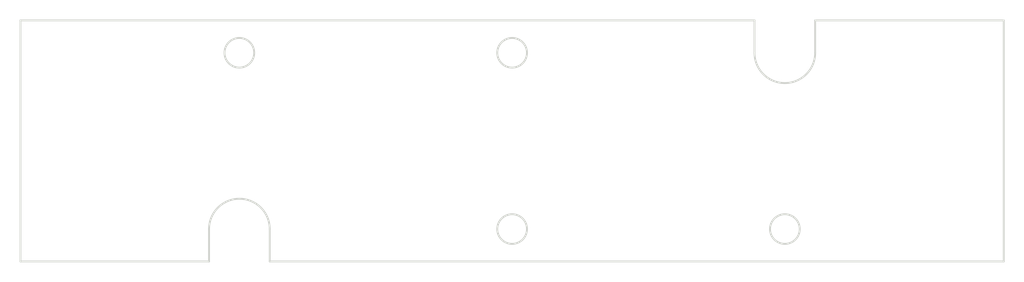
<source format=kicad_pcb>
(kicad_pcb (version 20221018) (generator pcbnew)

  (general
    (thickness 1.6)
  )

  (paper "USLetter")
  (layers
    (0 "F.Cu" signal)
    (31 "B.Cu" signal)
    (32 "B.Adhes" user "B.Adhesive")
    (33 "F.Adhes" user "F.Adhesive")
    (34 "B.Paste" user)
    (35 "F.Paste" user)
    (36 "B.SilkS" user "B.Silkscreen")
    (37 "F.SilkS" user "F.Silkscreen")
    (38 "B.Mask" user)
    (39 "F.Mask" user)
    (40 "Dwgs.User" user "User.Drawings")
    (41 "Cmts.User" user "User.Comments")
    (42 "Eco1.User" user "User.Eco1")
    (43 "Eco2.User" user "User.Eco2")
    (44 "Edge.Cuts" user)
    (45 "Margin" user)
    (46 "B.CrtYd" user "B.Courtyard")
    (47 "F.CrtYd" user "F.Courtyard")
    (48 "B.Fab" user)
    (49 "F.Fab" user)
    (50 "User.1" user)
    (51 "User.2" user)
    (52 "User.3" user)
    (53 "User.4" user)
    (54 "User.5" user)
    (55 "User.6" user)
    (56 "User.7" user)
    (57 "User.8" user)
    (58 "User.9" user)
  )

  (setup
    (stackup
      (layer "F.SilkS" (type "Top Silk Screen"))
      (layer "F.Paste" (type "Top Solder Paste"))
      (layer "F.Mask" (type "Top Solder Mask") (thickness 0.01))
      (layer "F.Cu" (type "copper") (thickness 0.035))
      (layer "dielectric 1" (type "core") (thickness 1.51) (material "FR4") (epsilon_r 4.5) (loss_tangent 0.02))
      (layer "B.Cu" (type "copper") (thickness 0.035))
      (layer "B.Mask" (type "Bottom Solder Mask") (thickness 0.01))
      (layer "B.Paste" (type "Bottom Solder Paste"))
      (layer "B.SilkS" (type "Bottom Silk Screen"))
      (copper_finish "None")
      (dielectric_constraints no)
    )
    (pad_to_mask_clearance 0)
    (aux_axis_origin 20 20)
    (grid_origin 20 20)
    (pcbplotparams
      (layerselection 0x00010fc_ffffffff)
      (plot_on_all_layers_selection 0x0000000_00000000)
      (disableapertmacros false)
      (usegerberextensions false)
      (usegerberattributes true)
      (usegerberadvancedattributes true)
      (creategerberjobfile true)
      (dashed_line_dash_ratio 12.000000)
      (dashed_line_gap_ratio 3.000000)
      (svgprecision 4)
      (plotframeref false)
      (viasonmask false)
      (mode 1)
      (useauxorigin false)
      (hpglpennumber 1)
      (hpglpenspeed 20)
      (hpglpendiameter 15.000000)
      (dxfpolygonmode true)
      (dxfimperialunits true)
      (dxfusepcbnewfont true)
      (psnegative false)
      (psa4output false)
      (plotreference true)
      (plotvalue true)
      (plotinvisibletext false)
      (sketchpadsonfab false)
      (subtractmaskfromsilk false)
      (outputformat 1)
      (mirror false)
      (drillshape 0)
      (scaleselection 1)
      (outputdirectory "")
    )
  )

  (net 0 "")

  (gr_circle (center 43.55 23.49) (end 46 23.49)
    (stroke (width 0) (type solid)) (fill solid) (layer "B.Mask") (tstamp 62c94cca-16a3-4f3d-99d6-0747b8a027af))
  (gr_circle (center 102.25 42.49) (end 104.7 42.49)
    (stroke (width 0) (type solid)) (fill solid) (layer "B.Mask") (tstamp 8f24b79d-9d59-4f65-8946-2c47a88b1b79))
  (gr_circle (center 72.9 42.49) (end 75.35 42.49)
    (stroke (width 0) (type solid)) (fill solid) (layer "B.Mask") (tstamp f9e66b73-87cf-4c30-a034-2e5fca0e9e9c))
  (gr_circle (center 72.9 23.49) (end 75.35 23.49)
    (stroke (width 0) (type solid)) (fill solid) (layer "B.Mask") (tstamp faa30536-e0ad-434b-af96-b9a2ac70d767))
  (gr_circle (center 43.55 23.49) (end 46 23.49)
    (stroke (width 0) (type solid)) (fill solid) (layer "F.Mask") (tstamp 32d56bf2-63d2-4bb5-99c9-11d714fd8993))
  (gr_circle (center 102.25 42.49) (end 104.7 42.49)
    (stroke (width 0) (type solid)) (fill solid) (layer "F.Mask") (tstamp 5d52ffce-7ded-4314-97c5-34fb1db7bbc1))
  (gr_circle (center 72.9 42.49) (end 75.35 42.49)
    (stroke (width 0) (type solid)) (fill solid) (layer "F.Mask") (tstamp a8618efb-c7d9-4353-8488-9c73501bbff5))
  (gr_circle (center 72.9 23.49) (end 75.35 23.49)
    (stroke (width 0) (type solid)) (fill solid) (layer "F.Mask") (tstamp e1325b82-55b0-4ba8-980c-48b600c0e3d5))
  (gr_circle (center 72.9 42.49) (end 74.5 42.49)
    (stroke (width 0.2) (type solid)) (fill none) (layer "Edge.Cuts") (tstamp 0ac30e16-9650-4194-87c1-b9e69a2f3763))
  (gr_circle (center 43.55 23.49) (end 45.15 23.49)
    (stroke (width 0.2) (type solid)) (fill none) (layer "Edge.Cuts") (tstamp 0dbd11c5-eff0-4fa8-b976-e213867ab0f7))
  (gr_line (start 125.8 45.98) (end 125.8 20)
    (stroke (width 0.2) (type default)) (layer "Edge.Cuts") (tstamp 21188293-a964-4a22-8641-2e5e05b17e49))
  (gr_line (start 46.82 45.98) (end 46.82 42.49)
    (stroke (width 0.2) (type default)) (layer "Edge.Cuts") (tstamp 227804a7-5901-446f-a89e-d6c2ebe5925e))
  (gr_line (start 105.51 23.49) (end 105.51 20)
    (stroke (width 0.2) (type default)) (layer "Edge.Cuts") (tstamp 291efd20-3df0-44a2-b385-619f583322d6))
  (gr_line (start 105.51 20) (end 125.8 20)
    (stroke (width 0.2) (type default)) (layer "Edge.Cuts") (tstamp 31085526-b545-4900-a4ab-bc1898e88b21))
  (gr_circle (center 72.9 23.49) (end 74.5 23.49)
    (stroke (width 0.2) (type solid)) (fill none) (layer "Edge.Cuts") (tstamp 572589ca-3fe4-455a-8cc7-7efd434f7997))
  (gr_line (start 20 20) (end 20 45.98)
    (stroke (width 0.2) (type default)) (layer "Edge.Cuts") (tstamp 58001b5c-9992-4bb3-b0c0-630bb2244833))
  (gr_line (start 46.82 45.98) (end 125.8 45.98)
    (stroke (width 0.2) (type default)) (layer "Edge.Cuts") (tstamp 6c71d073-25ad-480e-a906-03f12c6d058f))
  (gr_circle (center 102.25 42.49) (end 103.85 42.49)
    (stroke (width 0.2) (type solid)) (fill none) (layer "Edge.Cuts") (tstamp 73248eed-9980-4809-8c8f-87b0cd5b759e))
  (gr_line (start 40.29 45.98) (end 40.29 42.49)
    (stroke (width 0.2) (type default)) (layer "Edge.Cuts") (tstamp 7aa1a583-59f3-4260-894e-c06795243e08))
  (gr_line (start 20 45.98) (end 40.29 45.98)
    (stroke (width 0.2) (type default)) (layer "Edge.Cuts") (tstamp 91a9143f-74cd-4d05-960c-5d2394fc4bab))
  (gr_arc (start 40.29 42.49) (mid 43.555 39.225) (end 46.82 42.49)
    (stroke (width 0.2) (type default)) (layer "Edge.Cuts") (tstamp 9c8ea044-8193-484f-8d70-a1c877b9eea3))
  (gr_arc (start 105.51 23.49) (mid 102.245 26.755) (end 98.98 23.49)
    (stroke (width 0.2) (type default)) (layer "Edge.Cuts") (tstamp b01efbb3-eb54-42f8-9575-960b45839c75))
  (gr_line (start 20 20) (end 98.98 20)
    (stroke (width 0.2) (type default)) (layer "Edge.Cuts") (tstamp f094acf3-0fc6-45a4-9658-85000d5fcb25))
  (gr_line (start 98.98 23.49) (end 98.98 20)
    (stroke (width 0.2) (type default)) (layer "Edge.Cuts") (tstamp f4721aa0-14c8-4c3c-885d-08f59a6805d6))
  (gr_line (start 19.5 32.99) (end 17.805 32.99)
    (stroke (width 0.01) (type default)) (layer "Margin") (tstamp 096b2e49-650e-4737-be32-cdd6777e18de))
  (gr_circle (center 102.25 23.49) (end 105.1 23.49)
    (stroke (width 0.01) (type solid)) (fill none) (layer "Margin") (tstamp 0a86b448-d898-4c59-b81b-bb5e5367dbfa))
  (gr_rect (start 19.5 17.805) (end 126.3 48.175)
    (stroke (width 0.01) (type default)) (fill none) (layer "Margin") (tstamp 1e079792-6ba7-4d74-b5d5-b41b35d2a17c))
  (gr_circle (center 72.9 42.49) (end 75.7 42.49)
    (stroke (width 0.01) (type default)) (fill none) (layer "Margin") (tstamp 3f94bc36-fa00-47a3-a4da-334d2abbf345))
  (gr_circle (center 72.9 23.49) (end 75.7 23.49)
    (stroke (width 0.01) (type default)) (fill none) (layer "Margin") (tstamp 782b4c94-0d52-4db5-b4bb-2ff98666c4f3))
  (gr_circle (center 43.55 23.49) (end 46.35 23.49)
    (stroke (width 0.01) (type default)) (fill none) (layer "Margin") (tstamp aad0e19f-1960-4ef2-8ae2-7480b59709ab))
  (gr_rect (start 17.8 17.805) (end 128 48.175)
    (stroke (width 0.01) (type default)) (fill none) (layer "Margin") (tstamp b1a597ff-66f7-4e8b-a9fb-ffe8c98a0e9d))
  (gr_line (start 128 32.99) (end 126.3 32.99)
    (stroke (width 0.01) (type default)) (layer "Margin") (tstamp befe9b3d-65cc-43a9-b3a3-8e1cf13a1fcc))
  (gr_circle (center 102.25 42.49) (end 105.05 42.49)
    (stroke (width 0.01) (type solid)) (fill none) (layer "Margin") (tstamp e78b732c-b0c5-4017-b45d-916fda7183c5))
  (gr_circle (center 43.55 42.49) (end 46.4 42.49)
    (stroke (width 0.01) (type default)) (fill none) (layer "Margin") (tstamp ff4e708e-eb45-4305-bf6e-87e7dc1ea1eb))

)

</source>
